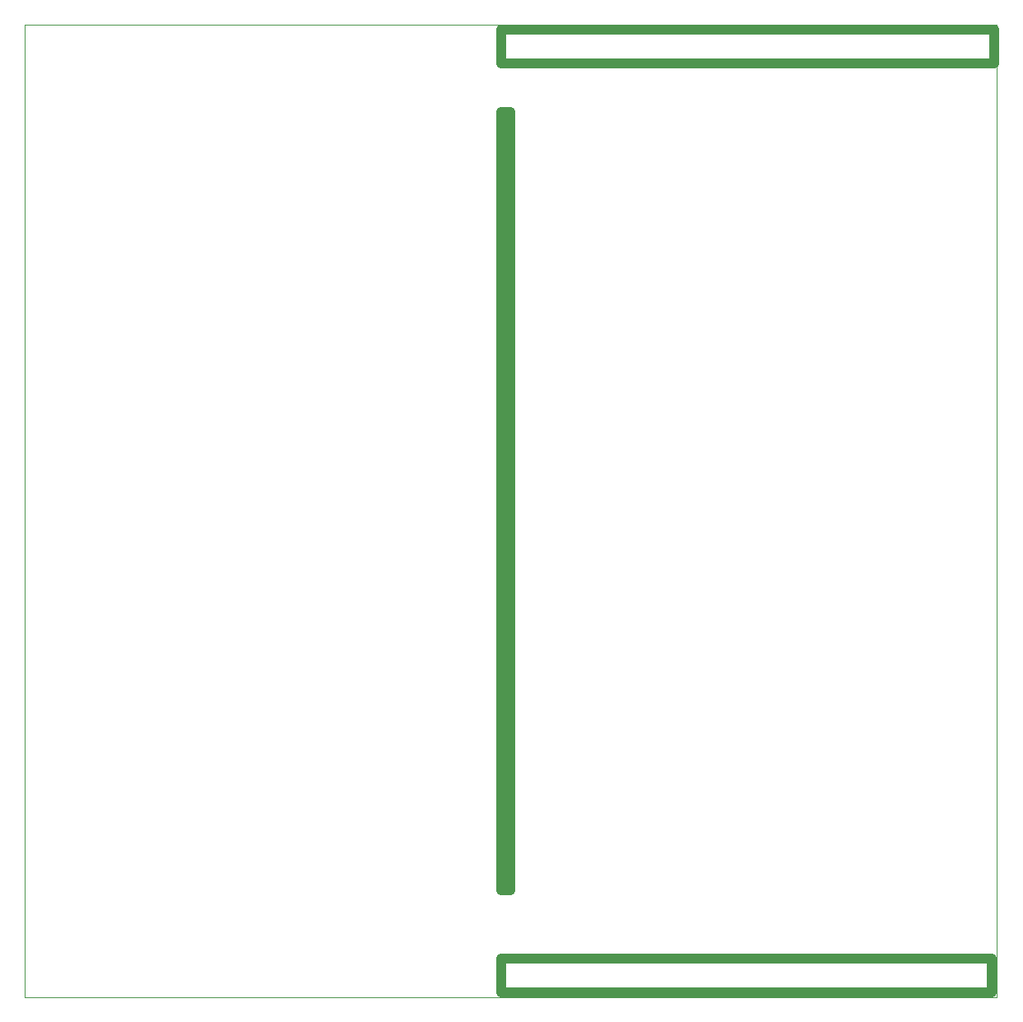
<source format=gbr>
%TF.GenerationSoftware,KiCad,Pcbnew,(5.1.0)-1*%
%TF.CreationDate,2019-09-28T12:36:15+02:00*%
%TF.ProjectId,KicadJE_AteOhAte,4b696361-644a-4455-9f41-74654f684174,rev?*%
%TF.SameCoordinates,Original*%
%TF.FileFunction,Profile,NP*%
%FSLAX46Y46*%
G04 Gerber Fmt 4.6, Leading zero omitted, Abs format (unit mm)*
G04 Created by KiCad (PCBNEW (5.1.0)-1) date 2019-09-28 12:36:15*
%MOMM*%
%LPD*%
G04 APERTURE LIST*
%ADD10C,1.000000*%
%ADD11C,0.050000*%
G04 APERTURE END LIST*
D10*
X149750000Y-50500000D02*
X149750000Y-54000000D01*
X99000000Y-50500000D02*
X99000000Y-54000000D01*
X99000000Y-54000000D02*
X149750000Y-54000000D01*
X99000000Y-50500000D02*
X149750000Y-50500000D01*
X99000000Y-146000000D02*
X149500000Y-146000000D01*
X99000000Y-149500000D02*
X149500000Y-149500000D01*
X149500000Y-146000000D02*
X149500000Y-149500000D01*
X99000000Y-146000000D02*
X99000000Y-149500000D01*
X99000000Y-59000000D02*
X100000000Y-59000000D01*
X99000000Y-139000000D02*
X100000000Y-139000000D01*
X100000000Y-59000000D02*
X100000000Y-139000000D01*
X99000000Y-59000000D02*
X99000000Y-139000000D01*
D11*
X50000000Y-150000000D02*
X50000000Y-50000000D01*
X150000000Y-150000000D02*
X50000000Y-150000000D01*
X150000000Y-50000000D02*
X150000000Y-150000000D01*
X50000000Y-50000000D02*
X150000000Y-50000000D01*
M02*

</source>
